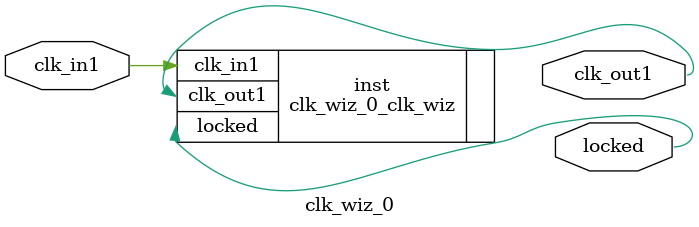
<source format=v>


`timescale 1ps/1ps

(* CORE_GENERATION_INFO = "clk_wiz_0,clk_wiz_v6_0_3_0_0,{component_name=clk_wiz_0,use_phase_alignment=true,use_min_o_jitter=false,use_max_i_jitter=false,use_dyn_phase_shift=false,use_inclk_switchover=false,use_dyn_reconfig=false,enable_axi=0,feedback_source=FDBK_AUTO,PRIMITIVE=MMCM,num_out_clk=1,clkin1_period=20.000,clkin2_period=10.0,use_power_down=false,use_reset=false,use_locked=true,use_inclk_stopped=false,feedback_type=SINGLE,CLOCK_MGR_TYPE=NA,manual_override=false}" *)

module clk_wiz_0 
 (
  // Clock out ports
  output        clk_out1,
  // Status and control signals
  output        locked,
 // Clock in ports
  input         clk_in1
 );

  clk_wiz_0_clk_wiz inst
  (
  // Clock out ports  
  .clk_out1(clk_out1),
  // Status and control signals               
  .locked(locked),
 // Clock in ports
  .clk_in1(clk_in1)
  );

endmodule

</source>
